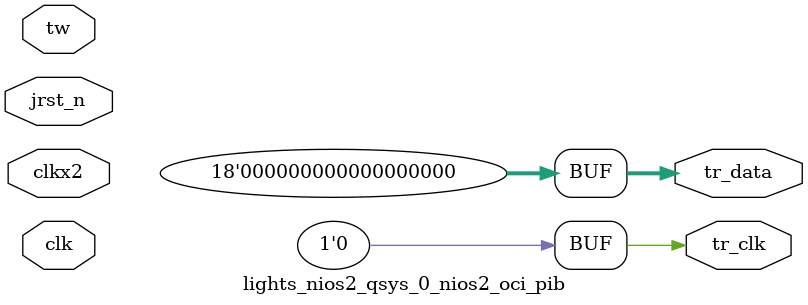
<source format=v>
module lights_nios2_qsys_0_nios2_oci_pib (
                                            clk,
                                            clkx2,
                                            jrst_n,
                                            tw,
                                            tr_clk,
                                            tr_data
                                         )
;
  output           tr_clk;
  output  [ 17: 0] tr_data;
  input            clk;
  input            clkx2;
  input            jrst_n;
  input   [ 35: 0] tw;
wire             phase;
wire             tr_clk;
reg              tr_clk_reg ;
wire    [ 17: 0] tr_data;
reg     [ 17: 0] tr_data_reg ;
reg              x1 ;
reg              x2 ;
  assign phase = x1^x2;
  always @(posedge clk or negedge jrst_n)
    begin
      if (jrst_n == 0)
          x1 <= 0;
      else 
        x1 <= ~x1;
    end
  always @(posedge clkx2 or negedge jrst_n)
    begin
      if (jrst_n == 0)
        begin
          x2 <= 0;
          tr_clk_reg <= 0;
          tr_data_reg <= 0;
        end
      else 
        begin
          x2 <= x1;
          tr_clk_reg <= ~phase;
          tr_data_reg <= phase ?   tw[17 : 0] :   tw[35 : 18];
        end
    end
  assign tr_clk = 0 ? tr_clk_reg : 0;
  assign tr_data = 0 ? tr_data_reg : 0;
endmodule
</source>
